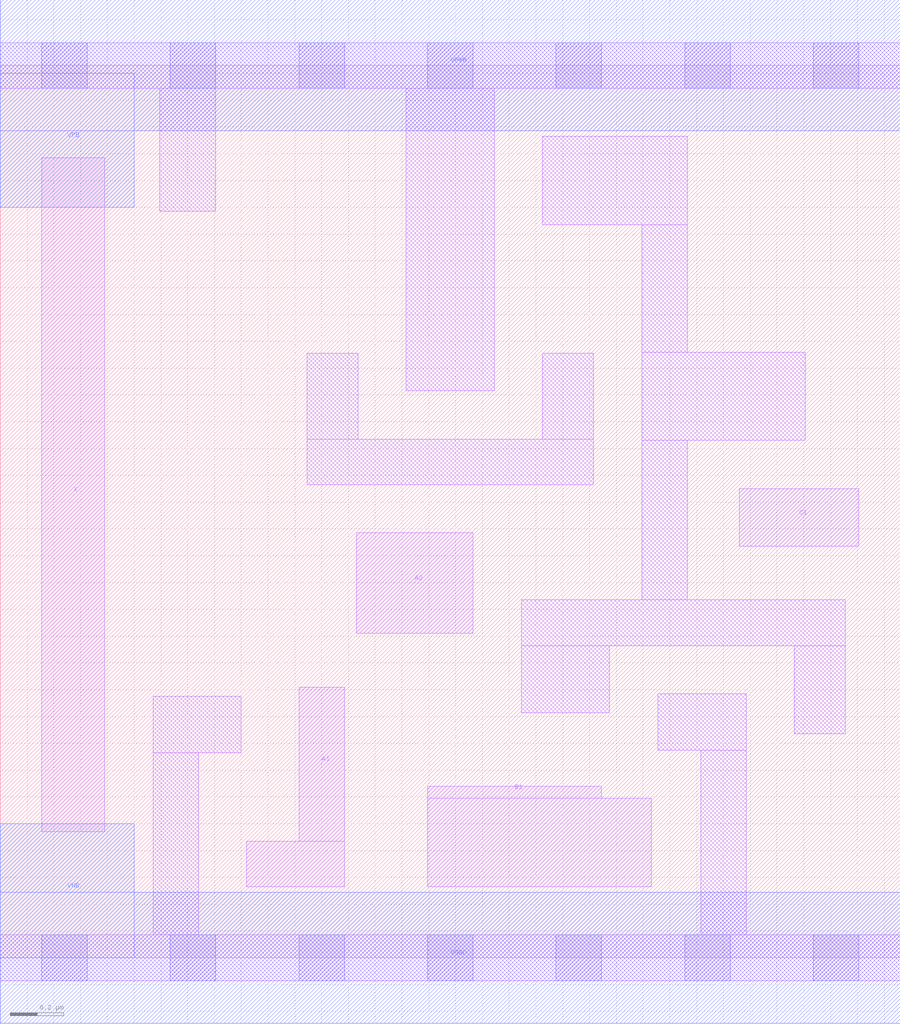
<source format=lef>
# Copyright 2020 The SkyWater PDK Authors
#
# Licensed under the Apache License, Version 2.0 (the "License");
# you may not use this file except in compliance with the License.
# You may obtain a copy of the License at
#
#     https://www.apache.org/licenses/LICENSE-2.0
#
# Unless required by applicable law or agreed to in writing, software
# distributed under the License is distributed on an "AS IS" BASIS,
# WITHOUT WARRANTIES OR CONDITIONS OF ANY KIND, either express or implied.
# See the License for the specific language governing permissions and
# limitations under the License.
#
# SPDX-License-Identifier: Apache-2.0

VERSION 5.5 ;
NAMESCASESENSITIVE ON ;
BUSBITCHARS "[]" ;
DIVIDERCHAR "/" ;
MACRO sky130_fd_sc_lp__a211o_m
  CLASS CORE ;
  SOURCE USER ;
  ORIGIN  0.000000  0.000000 ;
  SIZE  3.360000 BY  3.330000 ;
  SYMMETRY X Y R90 ;
  SITE unit ;
  PIN A1
    ANTENNAGATEAREA  0.126000 ;
    DIRECTION INPUT ;
    USE SIGNAL ;
    PORT
      LAYER li1 ;
        RECT 0.920000 0.265000 1.285000 0.435000 ;
        RECT 1.115000 0.435000 1.285000 1.010000 ;
    END
  END A1
  PIN A2
    ANTENNAGATEAREA  0.126000 ;
    DIRECTION INPUT ;
    USE SIGNAL ;
    PORT
      LAYER li1 ;
        RECT 1.330000 1.210000 1.765000 1.585000 ;
    END
  END A2
  PIN B1
    ANTENNAGATEAREA  0.126000 ;
    DIRECTION INPUT ;
    USE SIGNAL ;
    PORT
      LAYER li1 ;
        RECT 1.595000 0.265000 2.430000 0.595000 ;
        RECT 1.595000 0.595000 2.245000 0.640000 ;
    END
  END B1
  PIN C1
    ANTENNAGATEAREA  0.126000 ;
    DIRECTION INPUT ;
    USE SIGNAL ;
    PORT
      LAYER li1 ;
        RECT 2.760000 1.535000 3.205000 1.750000 ;
    END
  END C1
  PIN X
    ANTENNADIFFAREA  0.222600 ;
    DIRECTION OUTPUT ;
    USE SIGNAL ;
    PORT
      LAYER li1 ;
        RECT 0.155000 0.470000 0.390000 2.985000 ;
    END
  END X
  PIN VGND
    DIRECTION INOUT ;
    USE GROUND ;
    PORT
      LAYER met1 ;
        RECT 0.000000 -0.245000 3.360000 0.245000 ;
    END
  END VGND
  PIN VNB
    DIRECTION INOUT ;
    USE GROUND ;
    PORT
    END
  END VNB
  PIN VPB
    DIRECTION INOUT ;
    USE POWER ;
    PORT
    END
  END VPB
  PIN VNB
    DIRECTION INOUT ;
    USE GROUND ;
    PORT
      LAYER met1 ;
        RECT 0.000000 0.000000 0.500000 0.500000 ;
    END
  END VNB
  PIN VPB
    DIRECTION INOUT ;
    USE POWER ;
    PORT
      LAYER met1 ;
        RECT 0.000000 2.800000 0.500000 3.300000 ;
    END
  END VPB
  PIN VPWR
    DIRECTION INOUT ;
    USE POWER ;
    PORT
      LAYER met1 ;
        RECT 0.000000 3.085000 3.360000 3.575000 ;
    END
  END VPWR
  OBS
    LAYER li1 ;
      RECT 0.000000 -0.085000 3.360000 0.085000 ;
      RECT 0.000000  3.245000 3.360000 3.415000 ;
      RECT 0.570000  0.085000 0.740000 0.765000 ;
      RECT 0.570000  0.765000 0.900000 0.975000 ;
      RECT 0.595000  2.785000 0.805000 3.245000 ;
      RECT 1.145000  1.765000 2.215000 1.935000 ;
      RECT 1.145000  1.935000 1.335000 2.255000 ;
      RECT 1.515000  2.115000 1.845000 3.245000 ;
      RECT 1.945000  0.915000 2.275000 1.165000 ;
      RECT 1.945000  1.165000 3.155000 1.335000 ;
      RECT 2.025000  1.935000 2.215000 2.255000 ;
      RECT 2.025000  2.735000 2.565000 3.065000 ;
      RECT 2.395000  1.335000 2.565000 1.930000 ;
      RECT 2.395000  1.930000 3.005000 2.260000 ;
      RECT 2.395000  2.260000 2.565000 2.735000 ;
      RECT 2.455000  0.775000 2.785000 0.985000 ;
      RECT 2.615000  0.085000 2.785000 0.775000 ;
      RECT 2.965000  0.835000 3.155000 1.165000 ;
    LAYER mcon ;
      RECT 0.155000 -0.085000 0.325000 0.085000 ;
      RECT 0.155000  3.245000 0.325000 3.415000 ;
      RECT 0.635000 -0.085000 0.805000 0.085000 ;
      RECT 0.635000  3.245000 0.805000 3.415000 ;
      RECT 1.115000 -0.085000 1.285000 0.085000 ;
      RECT 1.115000  3.245000 1.285000 3.415000 ;
      RECT 1.595000 -0.085000 1.765000 0.085000 ;
      RECT 1.595000  3.245000 1.765000 3.415000 ;
      RECT 2.075000 -0.085000 2.245000 0.085000 ;
      RECT 2.075000  3.245000 2.245000 3.415000 ;
      RECT 2.555000 -0.085000 2.725000 0.085000 ;
      RECT 2.555000  3.245000 2.725000 3.415000 ;
      RECT 3.035000 -0.085000 3.205000 0.085000 ;
      RECT 3.035000  3.245000 3.205000 3.415000 ;
  END
END sky130_fd_sc_lp__a211o_m
END LIBRARY

</source>
